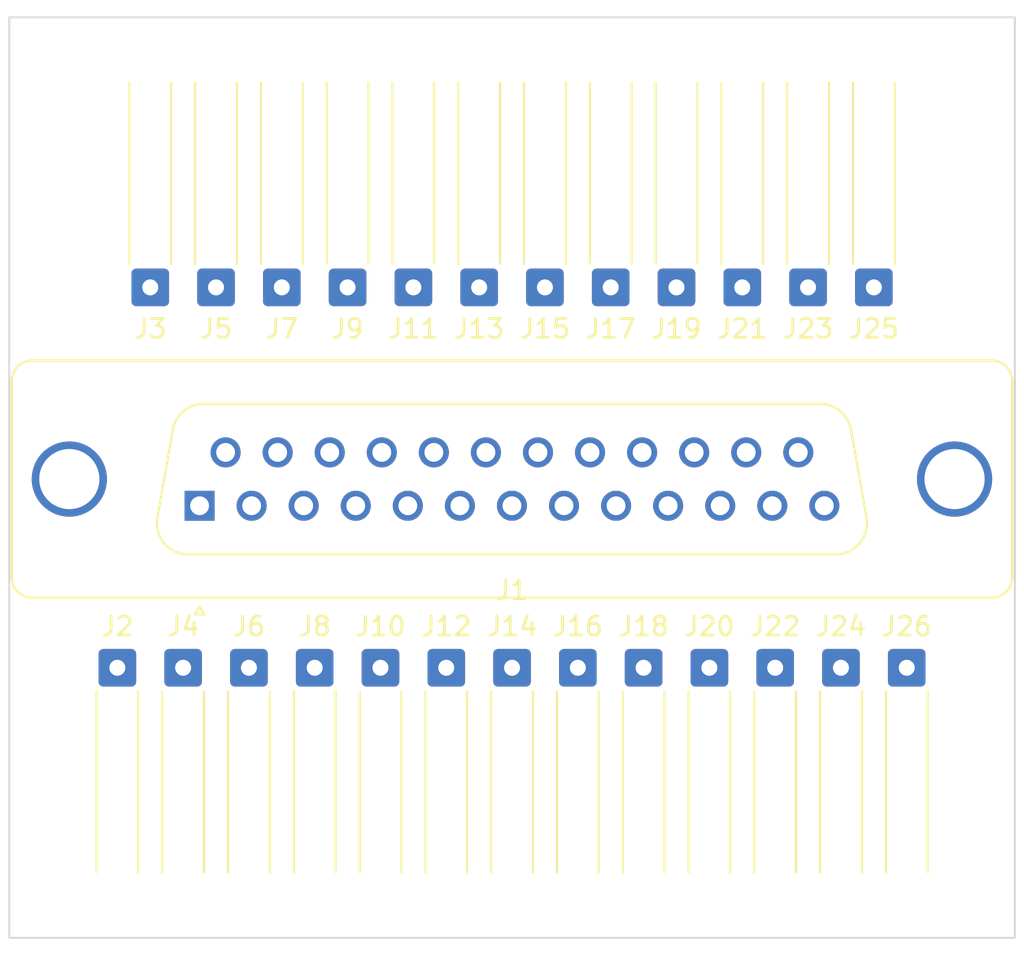
<source format=kicad_pcb>
(kicad_pcb (version 20221018) (generator pcbnew)
  (layers (0 "F.Cu" signal) (31 "B.Cu" signal) (34 "B.Paste" user) (35 "F.Paste" user) (36 "B.SilkS" user "B.Silkscreen") (37 "F.SilkS" user "F.Silkscreen") (38 "B.Mask" user) (39 "F.Mask" user) (44 "Edge.Cuts" user))
  (net 0 "")
  (net 2 "Net-(J2-Pin_1)")
  (net 3 "Net-(J4-Pin_1)")
  (net 4 "Net-(J6-Pin_1)")
  (net 5 "Net-(J8-Pin_1)")
  (net 6 "Net-(J10-Pin_1)")
  (net 7 "Net-(J12-Pin_1)")
  (net 8 "Net-(J14-Pin_1)")
  (net 9 "Net-(J16-Pin_1)")
  (net 10 "Net-(J18-Pin_1)")
  (net 11 "Net-(J20-Pin_1)")
  (net 12 "Net-(J22-Pin_1)")
  (net 13 "Net-(J24-Pin_1)")
  (net 14 "Net-(J26-Pin_1)")
  (net 15 "Net-(J1-P14)")
  (net 16 "Net-(J1-P15)")
  (net 17 "Net-(J1-P16)")
  (net 18 "Net-(J1-P17)")
  (net 19 "Net-(J1-P18)")
  (net 20 "Net-(J1-P19)")
  (net 21 "Net-(J1-P20)")
  (net 22 "Net-(J1-P21)")
  (net 23 "Net-(J1-P22)")
  (net 24 "Net-(J1-P23)")
  (net 25 "Net-(J1-P24)")
  (net 26 "Net-(J1-P25)")
  (footprint "Connector_Wire:SolderWire-0.25sqmm_1x01_D0.65mm_OD2mm_Relief" (layer "F.Cu") (at 146.25 61.125 180)
    (fp_text reference "J9" (at 0 -2.2) (layer "F.SilkS"))
    (fp_text value "Conn_01x01_Pin")
    (fp_line (start -1.11 1.26) (end -1.11 10.89) (stroke (width 0.12)) (layer "F.SilkS"))
    (fp_line (start 1.11 1.26) (end 1.11 10.89) (stroke (width 0.12)) (layer "F.SilkS"))
    (pad "" np_thru_hole circle (at 0 12 180) (size 2.5 2.5) (drill 2.5) (layers "*.Cu" "*.Mask"))
    (pad "1" thru_hole roundrect (at 0 0 180) (size 2 2) (drill 0.85) (layers "*.Cu" "*.Mask") (roundrect_rratio 0.125) (net 18 "Net-(J1-P17)"))
  )
  (footprint "Connector_Wire:SolderWire-0.25sqmm_1x01_D0.65mm_OD2mm_Relief" (layer "F.Cu") (at 135.75 61.125 180)
    (fp_text reference "J3" (at 0 -2.2) (layer "F.SilkS"))
    (fp_text value "Conn_01x01_Pin")
    (fp_line (start -1.11 1.26) (end -1.11 10.89) (stroke (width 0.12)) (layer "F.SilkS"))
    (fp_line (start 1.11 1.26) (end 1.11 10.89) (stroke (width 0.12)) (layer "F.SilkS"))
    (pad "" np_thru_hole circle (at 0 12 180) (size 2.5 2.5) (drill 2.5) (layers "*.Cu" "*.Mask"))
    (pad "1" thru_hole roundrect (at 0 0 180) (size 2 2) (drill 0.85) (layers "*.Cu" "*.Mask") (roundrect_rratio 0.125) (net 15 "Net-(J1-P14)"))
  )
  (footprint "Connector_Wire:SolderWire-0.25sqmm_1x01_D0.65mm_OD2mm_Relief" (layer "F.Cu") (at 167.25 61.125 180)
    (fp_text reference "J21" (at 0 -2.2) (layer "F.SilkS"))
    (fp_text value "Conn_01x01_Pin")
    (fp_line (start -1.11 1.26) (end -1.11 10.89) (stroke (width 0.12)) (layer "F.SilkS"))
    (fp_line (start 1.11 1.26) (end 1.11 10.89) (stroke (width 0.12)) (layer "F.SilkS"))
    (pad "" np_thru_hole circle (at 0 12 180) (size 2.5 2.5) (drill 2.5) (layers "*.Cu" "*.Mask"))
    (pad "1" thru_hole roundrect (at 0 0 180) (size 2 2) (drill 0.85) (layers "*.Cu" "*.Mask") (roundrect_rratio 0.125) (net 24 "Net-(J1-P23)"))
  )
  (footprint "Connector_Wire:SolderWire-0.25sqmm_1x01_D0.65mm_OD2mm_Relief" (layer "F.Cu") (at 142.75 61.125 180)
    (fp_text reference "J7" (at 0 -2.2) (layer "F.SilkS"))
    (fp_text value "Conn_01x01_Pin")
    (fp_line (start -1.11 1.26) (end -1.11 10.89) (stroke (width 0.12)) (layer "F.SilkS"))
    (fp_line (start 1.11 1.26) (end 1.11 10.89) (stroke (width 0.12)) (layer "F.SilkS"))
    (pad "" np_thru_hole circle (at 0 12 180) (size 2.5 2.5) (drill 2.5) (layers "*.Cu" "*.Mask"))
    (pad "1" thru_hole roundrect (at 0 0 180) (size 2 2) (drill 0.85) (layers "*.Cu" "*.Mask") (roundrect_rratio 0.125) (net 17 "Net-(J1-P16)"))
  )
  (footprint "Connector_Wire:SolderWire-0.25sqmm_1x01_D0.65mm_OD2mm_Relief" (layer "F.Cu") (at 160.25 61.125 180)
    (fp_text reference "J17" (at 0 -2.2) (layer "F.SilkS"))
    (fp_text value "Conn_01x01_Pin")
    (fp_line (start -1.11 1.26) (end -1.11 10.89) (stroke (width 0.12)) (layer "F.SilkS"))
    (fp_line (start 1.11 1.26) (end 1.11 10.89) (stroke (width 0.12)) (layer "F.SilkS"))
    (pad "" np_thru_hole circle (at 0 12 180) (size 2.5 2.5) (drill 2.5) (layers "*.Cu" "*.Mask"))
    (pad "1" thru_hole roundrect (at 0 0 180) (size 2 2) (drill 0.85) (layers "*.Cu" "*.Mask") (roundrect_rratio 0.125) (net 22 "Net-(J1-P21)"))
  )
  (footprint "Connector_Wire:SolderWire-0.25sqmm_1x01_D0.65mm_OD2mm_Relief" (layer "F.Cu") (at 162 81.375)
    (fp_text reference "J18" (at 0 -2.2) (layer "F.SilkS"))
    (fp_text value "Conn_01x01_Pin")
    (fp_line (start -1.11 1.26) (end -1.11 10.89) (stroke (width 0.12)) (layer "F.SilkS"))
    (fp_line (start 1.11 1.26) (end 1.11 10.89) (stroke (width 0.12)) (layer "F.SilkS"))
    (pad "" np_thru_hole circle (at 0 12) (size 2.5 2.5) (drill 2.5) (layers "*.Cu" "*.Mask"))
    (pad "1" thru_hole roundrect (at 0 0) (size 2 2) (drill 0.85) (layers "*.Cu" "*.Mask") (roundrect_rratio 0.125) (net 10 "Net-(J18-Pin_1)"))
  )
  (footprint "Connector_Wire:SolderWire-0.25sqmm_1x01_D0.65mm_OD2mm_Relief" (layer "F.Cu") (at 165.5 81.375)
    (fp_text reference "J20" (at 0 -2.2) (layer "F.SilkS"))
    (fp_text value "Conn_01x01_Pin")
    (fp_line (start -1.11 1.26) (end -1.11 10.89) (stroke (width 0.12)) (layer "F.SilkS"))
    (fp_line (start 1.11 1.26) (end 1.11 10.89) (stroke (width 0.12)) (layer "F.SilkS"))
    (pad "" np_thru_hole circle (at 0 12) (size 2.5 2.5) (drill 2.5) (layers "*.Cu" "*.Mask"))
    (pad "1" thru_hole roundrect (at 0 0) (size 2 2) (drill 0.85) (layers "*.Cu" "*.Mask") (roundrect_rratio 0.125) (net 11 "Net-(J20-Pin_1)"))
  )
  (footprint "Connector_Wire:SolderWire-0.25sqmm_1x01_D0.65mm_OD2mm_Relief" (layer "F.Cu") (at 169 81.375)
    (fp_text reference "J22" (at 0 -2.2) (layer "F.SilkS"))
    (fp_text value "Conn_01x01_Pin")
    (fp_line (start -1.11 1.26) (end -1.11 10.89) (stroke (width 0.12)) (layer "F.SilkS"))
    (fp_line (start 1.11 1.26) (end 1.11 10.89) (stroke (width 0.12)) (layer "F.SilkS"))
    (pad "" np_thru_hole circle (at 0 12) (size 2.5 2.5) (drill 2.5) (layers "*.Cu" "*.Mask"))
    (pad "1" thru_hole roundrect (at 0 0) (size 2 2) (drill 0.85) (layers "*.Cu" "*.Mask") (roundrect_rratio 0.125) (net 12 "Net-(J22-Pin_1)"))
  )
  (footprint "Connector_Wire:SolderWire-0.25sqmm_1x01_D0.65mm_OD2mm_Relief" (layer "F.Cu") (at 172.5 81.375)
    (fp_text reference "J24" (at 0 -2.2) (layer "F.SilkS"))
    (fp_text value "Conn_01x01_Pin")
    (fp_line (start -1.11 1.26) (end -1.11 10.89) (stroke (width 0.12)) (layer "F.SilkS"))
    (fp_line (start 1.11 1.26) (end 1.11 10.89) (stroke (width 0.12)) (layer "F.SilkS"))
    (pad "" np_thru_hole circle (at 0 12) (size 2.5 2.5) (drill 2.5) (layers "*.Cu" "*.Mask"))
    (pad "1" thru_hole roundrect (at 0 0) (size 2 2) (drill 0.85) (layers "*.Cu" "*.Mask") (roundrect_rratio 0.125) (net 13 "Net-(J24-Pin_1)"))
  )
  (footprint "Connector_Wire:SolderWire-0.25sqmm_1x01_D0.65mm_OD2mm_Relief" (layer "F.Cu") (at 134 81.375)
    (fp_text reference "J2" (at 0 -2.2) (layer "F.SilkS"))
    (fp_text value "Conn_01x01_Pin")
    (fp_line (start -1.11 1.26) (end -1.11 10.89) (stroke (width 0.12)) (layer "F.SilkS"))
    (fp_line (start 1.11 1.26) (end 1.11 10.89) (stroke (width 0.12)) (layer "F.SilkS"))
    (pad "" np_thru_hole circle (at 0 12) (size 2.5 2.5) (drill 2.5) (layers "*.Cu" "*.Mask"))
    (pad "1" thru_hole roundrect (at 0 0) (size 2 2) (drill 0.85) (layers "*.Cu" "*.Mask") (roundrect_rratio 0.125) (net 2 "Net-(J2-Pin_1)"))
  )
  (footprint "Connector_Wire:SolderWire-0.25sqmm_1x01_D0.65mm_OD2mm_Relief" (layer "F.Cu") (at 149.75 61.125 180)
    (fp_text reference "J11" (at 0 -2.2) (layer "F.SilkS"))
    (fp_text value "Conn_01x01_Pin")
    (fp_line (start -1.11 1.26) (end -1.11 10.89) (stroke (width 0.12)) (layer "F.SilkS"))
    (fp_line (start 1.11 1.26) (end 1.11 10.89) (stroke (width 0.12)) (layer "F.SilkS"))
    (pad "" np_thru_hole circle (at 0 12 180) (size 2.5 2.5) (drill 2.5) (layers "*.Cu" "*.Mask"))
    (pad "1" thru_hole roundrect (at 0 0 180) (size 2 2) (drill 0.85) (layers "*.Cu" "*.Mask") (roundrect_rratio 0.125) (net 19 "Net-(J1-P18)"))
  )
  (footprint "Connector_Wire:SolderWire-0.25sqmm_1x01_D0.65mm_OD2mm_Relief" (layer "F.Cu") (at 156.75 61.125 180)
    (fp_text reference "J15" (at 0 -2.2) (layer "F.SilkS"))
    (fp_text value "Conn_01x01_Pin")
    (fp_line (start -1.11 1.26) (end -1.11 10.89) (stroke (width 0.12)) (layer "F.SilkS"))
    (fp_line (start 1.11 1.26) (end 1.11 10.89) (stroke (width 0.12)) (layer "F.SilkS"))
    (pad "" np_thru_hole circle (at 0 12 180) (size 2.5 2.5) (drill 2.5) (layers "*.Cu" "*.Mask"))
    (pad "1" thru_hole roundrect (at 0 0 180) (size 2 2) (drill 0.85) (layers "*.Cu" "*.Mask") (roundrect_rratio 0.125) (net 21 "Net-(J1-P20)"))
  )
  (footprint "Connector_Wire:SolderWire-0.25sqmm_1x01_D0.65mm_OD2mm_Relief" (layer "F.Cu") (at 141 81.375)
    (fp_text reference "J6" (at 0 -2.2) (layer "F.SilkS"))
    (fp_text value "Conn_01x01_Pin")
    (fp_line (start -1.11 1.26) (end -1.11 10.89) (stroke (width 0.12)) (layer "F.SilkS"))
    (fp_line (start 1.11 1.26) (end 1.11 10.89) (stroke (width 0.12)) (layer "F.SilkS"))
    (pad "" np_thru_hole circle (at 0 12) (size 2.5 2.5) (drill 2.5) (layers "*.Cu" "*.Mask"))
    (pad "1" thru_hole roundrect (at 0 0) (size 2 2) (drill 0.85) (layers "*.Cu" "*.Mask") (roundrect_rratio 0.125) (net 4 "Net-(J6-Pin_1)"))
  )
  (footprint "Connector_Wire:SolderWire-0.25sqmm_1x01_D0.65mm_OD2mm_Relief" (layer "F.Cu") (at 139.25 61.125 180)
    (fp_text reference "J5" (at 0 -2.2) (layer "F.SilkS"))
    (fp_text value "Conn_01x01_Pin")
    (fp_line (start -1.11 1.26) (end -1.11 10.89) (stroke (width 0.12)) (layer "F.SilkS"))
    (fp_line (start 1.11 1.26) (end 1.11 10.89) (stroke (width 0.12)) (layer "F.SilkS"))
    (pad "" np_thru_hole circle (at 0 12 180) (size 2.5 2.5) (drill 2.5) (layers "*.Cu" "*.Mask"))
    (pad "1" thru_hole roundrect (at 0 0 180) (size 2 2) (drill 0.85) (layers "*.Cu" "*.Mask") (roundrect_rratio 0.125) (net 16 "Net-(J1-P15)"))
  )
  (footprint "Connector_Wire:SolderWire-0.25sqmm_1x01_D0.65mm_OD2mm_Relief" (layer "F.Cu") (at 153.25 61.125 180)
    (fp_text reference "J13" (at 0 -2.2) (layer "F.SilkS"))
    (fp_text value "Conn_01x01_Pin")
    (fp_line (start -1.11 1.26) (end -1.11 10.89) (stroke (width 0.12)) (layer "F.SilkS"))
    (fp_line (start 1.11 1.26) (end 1.11 10.89) (stroke (width 0.12)) (layer "F.SilkS"))
    (pad "" np_thru_hole circle (at 0 12 180) (size 2.5 2.5) (drill 2.5) (layers "*.Cu" "*.Mask"))
    (pad "1" thru_hole roundrect (at 0 0 180) (size 2 2) (drill 0.85) (layers "*.Cu" "*.Mask") (roundrect_rratio 0.125) (net 20 "Net-(J1-P19)"))
  )
  (footprint "Connector_Wire:SolderWire-0.25sqmm_1x01_D0.65mm_OD2mm_Relief" (layer "F.Cu") (at 163.75 61.125 180)
    (fp_text reference "J19" (at 0 -2.2) (layer "F.SilkS"))
    (fp_text value "Conn_01x01_Pin")
    (fp_line (start -1.11 1.26) (end -1.11 10.89) (stroke (width 0.12)) (layer "F.SilkS"))
    (fp_line (start 1.11 1.26) (end 1.11 10.89) (stroke (width 0.12)) (layer "F.SilkS"))
    (pad "" np_thru_hole circle (at 0 12 180) (size 2.5 2.5) (drill 2.5) (layers "*.Cu" "*.Mask"))
    (pad "1" thru_hole roundrect (at 0 0 180) (size 2 2) (drill 0.85) (layers "*.Cu" "*.Mask") (roundrect_rratio 0.125) (net 23 "Net-(J1-P22)"))
  )
  (footprint "Connector_Wire:SolderWire-0.25sqmm_1x01_D0.65mm_OD2mm_Relief" (layer "F.Cu") (at 144.5 81.375)
    (fp_text reference "J8" (at 0 -2.2) (layer "F.SilkS"))
    (fp_text value "Conn_01x01_Pin")
    (fp_line (start -1.11 1.26) (end -1.11 10.89) (stroke (width 0.12)) (layer "F.SilkS"))
    (fp_line (start 1.11 1.26) (end 1.11 10.89) (stroke (width 0.12)) (layer "F.SilkS"))
    (pad "" np_thru_hole circle (at 0 12) (size 2.5 2.5) (drill 2.5) (layers "*.Cu" "*.Mask"))
    (pad "1" thru_hole roundrect (at 0 0) (size 2 2) (drill 0.85) (layers "*.Cu" "*.Mask") (roundrect_rratio 0.125) (net 5 "Net-(J8-Pin_1)"))
  )
  (footprint "Connector_Wire:SolderWire-0.25sqmm_1x01_D0.65mm_OD2mm_Relief" (layer "F.Cu") (at 158.5 81.375)
    (fp_text reference "J16" (at 0 -2.2) (layer "F.SilkS"))
    (fp_text value "Conn_01x01_Pin")
    (fp_line (start -1.11 1.26) (end -1.11 10.89) (stroke (width 0.12)) (layer "F.SilkS"))
    (fp_line (start 1.11 1.26) (end 1.11 10.89) (stroke (width 0.12)) (layer "F.SilkS"))
    (pad "" np_thru_hole circle (at 0 12) (size 2.5 2.5) (drill 2.5) (layers "*.Cu" "*.Mask"))
    (pad "1" thru_hole roundrect (at 0 0) (size 2 2) (drill 0.85) (layers "*.Cu" "*.Mask") (roundrect_rratio 0.125) (net 9 "Net-(J16-Pin_1)"))
  )
  (footprint "Connector_Wire:SolderWire-0.25sqmm_1x01_D0.65mm_OD2mm_Relief" (layer "F.Cu") (at 148 81.375)
    (fp_text reference "J10" (at 0 -2.2) (layer "F.SilkS"))
    (fp_text value "Conn_01x01_Pin")
    (fp_line (start -1.11 1.26) (end -1.11 10.89) (stroke (width 0.12)) (layer "F.SilkS"))
    (fp_line (start 1.11 1.26) (end 1.11 10.89) (stroke (width 0.12)) (layer "F.SilkS"))
    (pad "" np_thru_hole circle (at 0 12) (size 2.5 2.5) (drill 2.5) (layers "*.Cu" "*.Mask"))
    (pad "1" thru_hole roundrect (at 0 0) (size 2 2) (drill 0.85) (layers "*.Cu" "*.Mask") (roundrect_rratio 0.125) (net 6 "Net-(J10-Pin_1)"))
  )
  (footprint "Connector_Wire:SolderWire-0.25sqmm_1x01_D0.65mm_OD2mm_Relief" (layer "F.Cu") (at 155 81.375)
    (fp_text reference "J14" (at 0 -2.2) (layer "F.SilkS"))
    (fp_text value "Conn_01x01_Pin")
    (fp_line (start -1.11 1.26) (end -1.11 10.89) (stroke (width 0.12)) (layer "F.SilkS"))
    (fp_line (start 1.11 1.26) (end 1.11 10.89) (stroke (width 0.12)) (layer "F.SilkS"))
    (pad "" np_thru_hole circle (at 0 12) (size 2.5 2.5) (drill 2.5) (layers "*.Cu" "*.Mask"))
    (pad "1" thru_hole roundrect (at 0 0) (size 2 2) (drill 0.85) (layers "*.Cu" "*.Mask") (roundrect_rratio 0.125) (net 8 "Net-(J14-Pin_1)"))
  )
  (footprint "Connector_Wire:SolderWire-0.25sqmm_1x01_D0.65mm_OD2mm_Relief" (layer "F.Cu") (at 170.75 61.125 180)
    (fp_text reference "J23" (at 0 -2.2) (layer "F.SilkS"))
    (fp_text value "Conn_01x01_Pin")
    (fp_line (start -1.11 1.26) (end -1.11 10.89) (stroke (width 0.12)) (layer "F.SilkS"))
    (fp_line (start 1.11 1.26) (end 1.11 10.89) (stroke (width 0.12)) (layer "F.SilkS"))
    (pad "" np_thru_hole circle (at 0 12 180) (size 2.5 2.5) (drill 2.5) (layers "*.Cu" "*.Mask"))
    (pad "1" thru_hole roundrect (at 0 0 180) (size 2 2) (drill 0.85) (layers "*.Cu" "*.Mask") (roundrect_rratio 0.125) (net 25 "Net-(J1-P24)"))
  )
  (footprint "Connector_Wire:SolderWire-0.25sqmm_1x01_D0.65mm_OD2mm_Relief" (layer "F.Cu") (at 176 81.375)
    (fp_text reference "J26" (at 0 -2.2) (layer "F.SilkS"))
    (fp_text value "Conn_01x01_Pin")
    (fp_line (start -1.11 1.26) (end -1.11 10.89) (stroke (width 0.12)) (layer "F.SilkS"))
    (fp_line (start 1.11 1.26) (end 1.11 10.89) (stroke (width 0.12)) (layer "F.SilkS"))
    (pad "" np_thru_hole circle (at 0 12) (size 2.5 2.5) (drill 2.5) (layers "*.Cu" "*.Mask"))
    (pad "1" thru_hole roundrect (at 0 0) (size 2 2) (drill 0.85) (layers "*.Cu" "*.Mask") (roundrect_rratio 0.125) (net 14 "Net-(J26-Pin_1)"))
  )
  (footprint "Connector_Wire:SolderWire-0.25sqmm_1x01_D0.65mm_OD2mm_Relief" (layer "F.Cu") (at 174.25 61.125 180)
    (fp_text reference "J25" (at 0 -2.2) (layer "F.SilkS"))
    (fp_text value "Conn_01x01_Pin")
    (fp_line (start -1.11 1.26) (end -1.11 10.89) (stroke (width 0.12)) (layer "F.SilkS"))
    (fp_line (start 1.11 1.26) (end 1.11 10.89) (stroke (width 0.12)) (layer "F.SilkS"))
    (pad "" np_thru_hole circle (at 0 12 180) (size 2.5 2.5) (drill 2.5) (layers "*.Cu" "*.Mask"))
    (pad "1" thru_hole roundrect (at 0 0 180) (size 2 2) (drill 0.85) (layers "*.Cu" "*.Mask") (roundrect_rratio 0.125) (net 26 "Net-(J1-P25)"))
  )
  (footprint "Connector_Wire:SolderWire-0.25sqmm_1x01_D0.65mm_OD2mm_Relief" (layer "F.Cu") (at 151.5 81.375)
    (fp_text reference "J12" (at 0 -2.2) (layer "F.SilkS"))
    (fp_text value "Conn_01x01_Pin")
    (fp_line (start -1.11 1.26) (end -1.11 10.89) (stroke (width 0.12)) (layer "F.SilkS"))
    (fp_line (start 1.11 1.26) (end 1.11 10.89) (stroke (width 0.12)) (layer "F.SilkS"))
    (pad "" np_thru_hole circle (at 0 12) (size 2.5 2.5) (drill 2.5) (layers "*.Cu" "*.Mask"))
    (pad "1" thru_hole roundrect (at 0 0) (size 2 2) (drill 0.85) (layers "*.Cu" "*.Mask") (roundrect_rratio 0.125) (net 7 "Net-(J12-Pin_1)"))
  )
  (footprint "Connector_Dsub:DSUB-25_Female_Vertical_P2.77x2.84mm_MountingHoles" (layer "F.Cu") (at 138.375 72.75 180)
    (fp_text reference "J1" (at -16.62 -4.49) (layer "F.SilkS"))
    (fp_text value "DB25_Receptacle_MountingHoles")
    (fp_line (start -43.23 6.67) (end -43.23 -3.83) (stroke (width 0.12)) (layer "F.SilkS"))
    (fp_line (start -42.17 -4.89) (end 8.93 -4.89) (stroke (width 0.12)) (layer "F.SilkS"))
    (fp_line (start -35.48647 -0.641744) (end -34.657733 4.058256) (stroke (width 0.12)) (layer "F.SilkS"))
    (fp_line (start -33.851689 -2.59) (end 0.611689 -2.59) (stroke (width 0.12)) (layer "F.SilkS"))
    (fp_line (start -33.022952 5.43) (end -0.217048 5.43) (stroke (width 0.12)) (layer "F.SilkS"))
    (fp_line (start -0.25 -5.784338) (end 0.25 -5.784338) (stroke (width 0.12)) (layer "F.SilkS"))
    (fp_line (start 0 -5.351325) (end -0.25 -5.784338) (stroke (width 0.12)) (layer "F.SilkS"))
    (fp_line (start 0.25 -5.784338) (end 0 -5.351325) (stroke (width 0.12)) (layer "F.SilkS"))
    (fp_line (start 2.24647 -0.641744) (end 1.417733 4.058256) (stroke (width 0.12)) (layer "F.SilkS"))
    (fp_line (start 8.93 7.73) (end -42.17 7.73) (stroke (width 0.12)) (layer "F.SilkS"))
    (fp_line (start 9.99 -3.83) (end 9.99 6.67) (stroke (width 0.12)) (layer "F.SilkS"))
    (fp_arc (start -43.23 -3.83) (mid -42.919533 -4.579533) (end -42.17 -4.89) (stroke (width 0.12)) (layer "F.SilkS"))
    (fp_arc (start -42.17 7.73) (mid -42.919533 7.419533) (end -43.23 6.67) (stroke (width 0.12)) (layer "F.SilkS"))
    (fp_arc (start -35.48647 -0.641744) (mid -35.123323 -1.997028) (end -33.851689 -2.59) (stroke (width 0.12)) (layer "F.SilkS"))
    (fp_arc (start -33.022952 5.43) (mid -34.089979 5.041634) (end -34.657733 4.058256) (stroke (width 0.12)) (layer "F.SilkS"))
    (fp_arc (start 0.611689 -2.59) (mid 1.883323 -1.997027) (end 2.24647 -0.641744) (stroke (width 0.12)) (layer "F.SilkS"))
    (fp_arc (start 1.417733 4.058256) (mid 0.84998 5.041634) (end -0.217048 5.43) (stroke (width 0.12)) (layer "F.SilkS"))
    (fp_arc (start 8.93 -4.89) (mid 9.679533 -4.579533) (end 9.99 -3.83) (stroke (width 0.12)) (layer "F.SilkS"))
    (fp_arc (start 9.99 6.67) (mid 9.679533 7.419533) (end 8.93 7.73) (stroke (width 0.12)) (layer "F.SilkS"))
    (pad "0" thru_hole circle (at -40.17 1.42 180) (size 4 4) (drill 3.2) (layers "*.Cu" "*.Mask"))
    (pad "0" thru_hole circle (at 6.93 1.42 180) (size 4 4) (drill 3.2) (layers "*.Cu" "*.Mask"))
    (pad "1" thru_hole rect (at 0 0 180) (size 1.6 1.6) (drill 1) (layers "*.Cu" "*.Mask") (net 2 "Net-(J2-Pin_1)"))
    (pad "2" thru_hole circle (at -2.77 0 180) (size 1.6 1.6) (drill 1) (layers "*.Cu" "*.Mask") (net 3 "Net-(J4-Pin_1)"))
    (pad "3" thru_hole circle (at -5.54 0 180) (size 1.6 1.6) (drill 1) (layers "*.Cu" "*.Mask") (net 4 "Net-(J6-Pin_1)"))
    (pad "4" thru_hole circle (at -8.31 0 180) (size 1.6 1.6) (drill 1) (layers "*.Cu" "*.Mask") (net 5 "Net-(J8-Pin_1)"))
    (pad "5" thru_hole circle (at -11.08 0 180) (size 1.6 1.6) (drill 1) (layers "*.Cu" "*.Mask") (net 6 "Net-(J10-Pin_1)"))
    (pad "6" thru_hole circle (at -13.85 0 180) (size 1.6 1.6) (drill 1) (layers "*.Cu" "*.Mask") (net 7 "Net-(J12-Pin_1)"))
    (pad "7" thru_hole circle (at -16.62 0 180) (size 1.6 1.6) (drill 1) (layers "*.Cu" "*.Mask") (net 8 "Net-(J14-Pin_1)"))
    (pad "8" thru_hole circle (at -19.39 0 180) (size 1.6 1.6) (drill 1) (layers "*.Cu" "*.Mask") (net 9 "Net-(J16-Pin_1)"))
    (pad "9" thru_hole circle (at -22.16 0 180) (size 1.6 1.6) (drill 1) (layers "*.Cu" "*.Mask") (net 10 "Net-(J18-Pin_1)"))
    (pad "10" thru_hole circle (at -24.93 0 180) (size 1.6 1.6) (drill 1) (layers "*.Cu" "*.Mask") (net 11 "Net-(J20-Pin_1)"))
    (pad "11" thru_hole circle (at -27.7 0 180) (size 1.6 1.6) (drill 1) (layers "*.Cu" "*.Mask") (net 12 "Net-(J22-Pin_1)"))
    (pad "12" thru_hole circle (at -30.47 0 180) (size 1.6 1.6) (drill 1) (layers "*.Cu" "*.Mask") (net 13 "Net-(J24-Pin_1)"))
    (pad "13" thru_hole circle (at -33.24 0 180) (size 1.6 1.6) (drill 1) (layers "*.Cu" "*.Mask") (net 14 "Net-(J26-Pin_1)"))
    (pad "14" thru_hole circle (at -1.385 2.84 180) (size 1.6 1.6) (drill 1) (layers "*.Cu" "*.Mask") (net 15 "Net-(J1-P14)"))
    (pad "15" thru_hole circle (at -4.155 2.84 180) (size 1.6 1.6) (drill 1) (layers "*.Cu" "*.Mask") (net 16 "Net-(J1-P15)"))
    (pad "16" thru_hole circle (at -6.925 2.84 180) (size 1.6 1.6) (drill 1) (layers "*.Cu" "*.Mask") (net 17 "Net-(J1-P16)"))
    (pad "17" thru_hole circle (at -9.695 2.84 180) (size 1.6 1.6) (drill 1) (layers "*.Cu" "*.Mask") (net 18 "Net-(J1-P17)"))
    (pad "18" thru_hole circle (at -12.465 2.84 180) (size 1.6 1.6) (drill 1) (layers "*.Cu" "*.Mask") (net 19 "Net-(J1-P18)"))
    (pad "19" thru_hole circle (at -15.235 2.84 180) (size 1.6 1.6) (drill 1) (layers "*.Cu" "*.Mask") (net 20 "Net-(J1-P19)"))
    (pad "20" thru_hole circle (at -18.005 2.84 180) (size 1.6 1.6) (drill 1) (layers "*.Cu" "*.Mask") (net 21 "Net-(J1-P20)"))
    (pad "21" thru_hole circle (at -20.775 2.84 180) (size 1.6 1.6) (drill 1) (layers "*.Cu" "*.Mask") (net 22 "Net-(J1-P21)"))
    (pad "22" thru_hole circle (at -23.545 2.84 180) (size 1.6 1.6) (drill 1) (layers "*.Cu" "*.Mask") (net 23 "Net-(J1-P22)"))
    (pad "23" thru_hole circle (at -26.315 2.84 180) (size 1.6 1.6) (drill 1) (layers "*.Cu" "*.Mask") (net 24 "Net-(J1-P23)"))
    (pad "24" thru_hole circle (at -29.085 2.84 180) (size 1.6 1.6) (drill 1) (layers "*.Cu" "*.Mask") (net 25 "Net-(J1-P24)"))
    (pad "25" thru_hole circle (at -31.855 2.84 180) (size 1.6 1.6) (drill 1) (layers "*.Cu" "*.Mask") (net 26 "Net-(J1-P25)"))
  )
  (footprint "Connector_Wire:SolderWire-0.25sqmm_1x01_D0.65mm_OD2mm_Relief" (layer "F.Cu") (at 137.5 81.375)
    (fp_text reference "J4" (at 0 -2.2) (layer "F.SilkS"))
    (fp_text value "Conn_01x01_Pin")
    (fp_line (start -1.11 1.26) (end -1.11 10.89) (stroke (width 0.12)) (layer "F.SilkS"))
    (fp_line (start 1.11 1.26) (end 1.11 10.89) (stroke (width 0.12)) (layer "F.SilkS"))
    (pad "" np_thru_hole circle (at 0 12) (size 2.5 2.5) (drill 2.5) (layers "*.Cu" "*.Mask"))
    (pad "1" thru_hole roundrect (at 0 0) (size 2 2) (drill 0.85) (layers "*.Cu" "*.Mask") (roundrect_rratio 0.125) (net 3 "Net-(J4-Pin_1)"))
  )
  (gr_rect (start 128.25 46.75) (end 181.75 95.75) (stroke (width 0.1)) (fill none) (layer "Edge.Cuts"))
)
</source>
